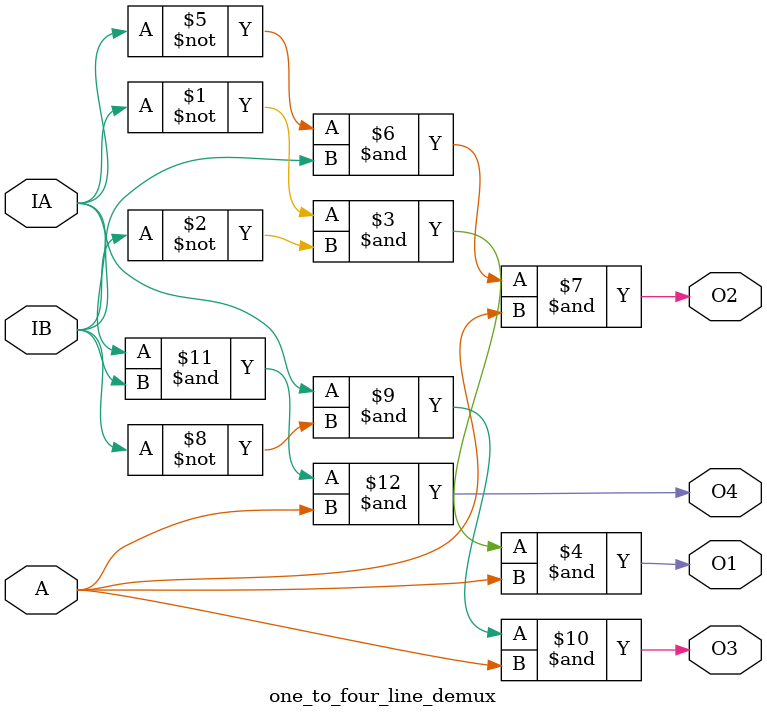
<source format=v>
module one_to_four_line_demux(
input IA,IB,A,
output O1,O2,O3,O4
);
assign O1 = (~IA)&(~IB)&A;
assign O2 = (~IA)&IB&A;
assign O3 = IA&(~IB)&A;
assign O4 = IA&IB&A;
endmodule

</source>
